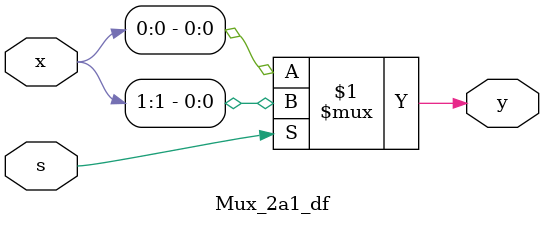
<source format=v>

`timescale 1ps / 1ps


module Mux_2a1_df ( y ,x ,s );

	input [1:0] x;
	input s;
	
	output y;
	
	assign y = s?x[1]:x[0]; 

endmodule

</source>
